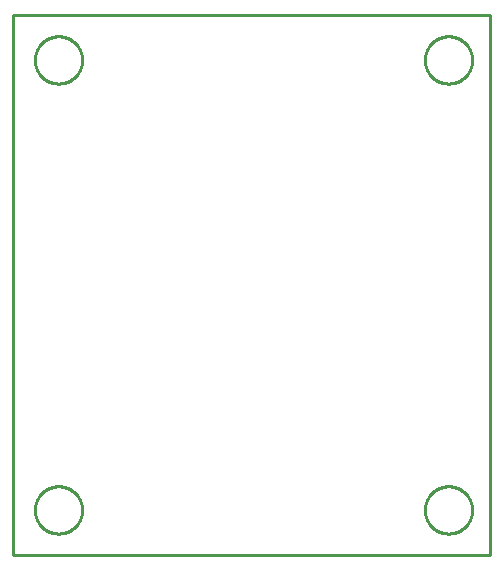
<source format=gbr>
G04 EAGLE Gerber RS-274X export*
G75*
%MOMM*%
%FSLAX34Y34*%
%LPD*%
%IN*%
%IPPOS*%
%AMOC8*
5,1,8,0,0,1.08239X$1,22.5*%
G01*
%ADD10C,0.254000*%


D10*
X444500Y0D02*
X847600Y0D01*
X847600Y457100D01*
X444500Y457100D01*
X444500Y0D01*
X502600Y37496D02*
X502527Y36289D01*
X502381Y35089D01*
X502163Y33900D01*
X501874Y32727D01*
X501515Y31573D01*
X501086Y30443D01*
X500590Y29341D01*
X500028Y28270D01*
X499403Y27236D01*
X498716Y26241D01*
X497971Y25290D01*
X497169Y24385D01*
X496315Y23531D01*
X495410Y22729D01*
X494459Y21984D01*
X493464Y21297D01*
X492430Y20672D01*
X491359Y20110D01*
X490257Y19614D01*
X489127Y19185D01*
X487973Y18826D01*
X486800Y18537D01*
X485611Y18319D01*
X484411Y18173D01*
X483204Y18100D01*
X481996Y18100D01*
X480789Y18173D01*
X479589Y18319D01*
X478400Y18537D01*
X477227Y18826D01*
X476073Y19185D01*
X474943Y19614D01*
X473841Y20110D01*
X472770Y20672D01*
X471736Y21297D01*
X470741Y21984D01*
X469790Y22729D01*
X468885Y23531D01*
X468031Y24385D01*
X467229Y25290D01*
X466484Y26241D01*
X465797Y27236D01*
X465172Y28270D01*
X464610Y29341D01*
X464114Y30443D01*
X463685Y31573D01*
X463326Y32727D01*
X463037Y33900D01*
X462819Y35089D01*
X462673Y36289D01*
X462600Y37496D01*
X462600Y38704D01*
X462673Y39911D01*
X462819Y41111D01*
X463037Y42300D01*
X463326Y43473D01*
X463685Y44627D01*
X464114Y45757D01*
X464610Y46859D01*
X465172Y47930D01*
X465797Y48964D01*
X466484Y49959D01*
X467229Y50910D01*
X468031Y51815D01*
X468885Y52669D01*
X469790Y53471D01*
X470741Y54216D01*
X471736Y54903D01*
X472770Y55528D01*
X473841Y56090D01*
X474943Y56586D01*
X476073Y57015D01*
X477227Y57374D01*
X478400Y57663D01*
X479589Y57881D01*
X480789Y58027D01*
X481996Y58100D01*
X483204Y58100D01*
X484411Y58027D01*
X485611Y57881D01*
X486800Y57663D01*
X487973Y57374D01*
X489127Y57015D01*
X490257Y56586D01*
X491359Y56090D01*
X492430Y55528D01*
X493464Y54903D01*
X494459Y54216D01*
X495410Y53471D01*
X496315Y52669D01*
X497169Y51815D01*
X497971Y50910D01*
X498716Y49959D01*
X499403Y48964D01*
X500028Y47930D01*
X500590Y46859D01*
X501086Y45757D01*
X501515Y44627D01*
X501874Y43473D01*
X502163Y42300D01*
X502381Y41111D01*
X502527Y39911D01*
X502600Y38704D01*
X502600Y37496D01*
X502600Y418496D02*
X502527Y417289D01*
X502381Y416089D01*
X502163Y414900D01*
X501874Y413727D01*
X501515Y412573D01*
X501086Y411443D01*
X500590Y410341D01*
X500028Y409270D01*
X499403Y408236D01*
X498716Y407241D01*
X497971Y406290D01*
X497169Y405385D01*
X496315Y404531D01*
X495410Y403729D01*
X494459Y402984D01*
X493464Y402297D01*
X492430Y401672D01*
X491359Y401110D01*
X490257Y400614D01*
X489127Y400185D01*
X487973Y399826D01*
X486800Y399537D01*
X485611Y399319D01*
X484411Y399173D01*
X483204Y399100D01*
X481996Y399100D01*
X480789Y399173D01*
X479589Y399319D01*
X478400Y399537D01*
X477227Y399826D01*
X476073Y400185D01*
X474943Y400614D01*
X473841Y401110D01*
X472770Y401672D01*
X471736Y402297D01*
X470741Y402984D01*
X469790Y403729D01*
X468885Y404531D01*
X468031Y405385D01*
X467229Y406290D01*
X466484Y407241D01*
X465797Y408236D01*
X465172Y409270D01*
X464610Y410341D01*
X464114Y411443D01*
X463685Y412573D01*
X463326Y413727D01*
X463037Y414900D01*
X462819Y416089D01*
X462673Y417289D01*
X462600Y418496D01*
X462600Y419704D01*
X462673Y420911D01*
X462819Y422111D01*
X463037Y423300D01*
X463326Y424473D01*
X463685Y425627D01*
X464114Y426757D01*
X464610Y427859D01*
X465172Y428930D01*
X465797Y429964D01*
X466484Y430959D01*
X467229Y431910D01*
X468031Y432815D01*
X468885Y433669D01*
X469790Y434471D01*
X470741Y435216D01*
X471736Y435903D01*
X472770Y436528D01*
X473841Y437090D01*
X474943Y437586D01*
X476073Y438015D01*
X477227Y438374D01*
X478400Y438663D01*
X479589Y438881D01*
X480789Y439027D01*
X481996Y439100D01*
X483204Y439100D01*
X484411Y439027D01*
X485611Y438881D01*
X486800Y438663D01*
X487973Y438374D01*
X489127Y438015D01*
X490257Y437586D01*
X491359Y437090D01*
X492430Y436528D01*
X493464Y435903D01*
X494459Y435216D01*
X495410Y434471D01*
X496315Y433669D01*
X497169Y432815D01*
X497971Y431910D01*
X498716Y430959D01*
X499403Y429964D01*
X500028Y428930D01*
X500590Y427859D01*
X501086Y426757D01*
X501515Y425627D01*
X501874Y424473D01*
X502163Y423300D01*
X502381Y422111D01*
X502527Y420911D01*
X502600Y419704D01*
X502600Y418496D01*
X832800Y418496D02*
X832727Y417289D01*
X832581Y416089D01*
X832363Y414900D01*
X832074Y413727D01*
X831715Y412573D01*
X831286Y411443D01*
X830790Y410341D01*
X830228Y409270D01*
X829603Y408236D01*
X828916Y407241D01*
X828171Y406290D01*
X827369Y405385D01*
X826515Y404531D01*
X825610Y403729D01*
X824659Y402984D01*
X823664Y402297D01*
X822630Y401672D01*
X821559Y401110D01*
X820457Y400614D01*
X819327Y400185D01*
X818173Y399826D01*
X817000Y399537D01*
X815811Y399319D01*
X814611Y399173D01*
X813404Y399100D01*
X812196Y399100D01*
X810989Y399173D01*
X809789Y399319D01*
X808600Y399537D01*
X807427Y399826D01*
X806273Y400185D01*
X805143Y400614D01*
X804041Y401110D01*
X802970Y401672D01*
X801936Y402297D01*
X800941Y402984D01*
X799990Y403729D01*
X799085Y404531D01*
X798231Y405385D01*
X797429Y406290D01*
X796684Y407241D01*
X795997Y408236D01*
X795372Y409270D01*
X794810Y410341D01*
X794314Y411443D01*
X793885Y412573D01*
X793526Y413727D01*
X793237Y414900D01*
X793019Y416089D01*
X792873Y417289D01*
X792800Y418496D01*
X792800Y419704D01*
X792873Y420911D01*
X793019Y422111D01*
X793237Y423300D01*
X793526Y424473D01*
X793885Y425627D01*
X794314Y426757D01*
X794810Y427859D01*
X795372Y428930D01*
X795997Y429964D01*
X796684Y430959D01*
X797429Y431910D01*
X798231Y432815D01*
X799085Y433669D01*
X799990Y434471D01*
X800941Y435216D01*
X801936Y435903D01*
X802970Y436528D01*
X804041Y437090D01*
X805143Y437586D01*
X806273Y438015D01*
X807427Y438374D01*
X808600Y438663D01*
X809789Y438881D01*
X810989Y439027D01*
X812196Y439100D01*
X813404Y439100D01*
X814611Y439027D01*
X815811Y438881D01*
X817000Y438663D01*
X818173Y438374D01*
X819327Y438015D01*
X820457Y437586D01*
X821559Y437090D01*
X822630Y436528D01*
X823664Y435903D01*
X824659Y435216D01*
X825610Y434471D01*
X826515Y433669D01*
X827369Y432815D01*
X828171Y431910D01*
X828916Y430959D01*
X829603Y429964D01*
X830228Y428930D01*
X830790Y427859D01*
X831286Y426757D01*
X831715Y425627D01*
X832074Y424473D01*
X832363Y423300D01*
X832581Y422111D01*
X832727Y420911D01*
X832800Y419704D01*
X832800Y418496D01*
X832800Y37496D02*
X832727Y36289D01*
X832581Y35089D01*
X832363Y33900D01*
X832074Y32727D01*
X831715Y31573D01*
X831286Y30443D01*
X830790Y29341D01*
X830228Y28270D01*
X829603Y27236D01*
X828916Y26241D01*
X828171Y25290D01*
X827369Y24385D01*
X826515Y23531D01*
X825610Y22729D01*
X824659Y21984D01*
X823664Y21297D01*
X822630Y20672D01*
X821559Y20110D01*
X820457Y19614D01*
X819327Y19185D01*
X818173Y18826D01*
X817000Y18537D01*
X815811Y18319D01*
X814611Y18173D01*
X813404Y18100D01*
X812196Y18100D01*
X810989Y18173D01*
X809789Y18319D01*
X808600Y18537D01*
X807427Y18826D01*
X806273Y19185D01*
X805143Y19614D01*
X804041Y20110D01*
X802970Y20672D01*
X801936Y21297D01*
X800941Y21984D01*
X799990Y22729D01*
X799085Y23531D01*
X798231Y24385D01*
X797429Y25290D01*
X796684Y26241D01*
X795997Y27236D01*
X795372Y28270D01*
X794810Y29341D01*
X794314Y30443D01*
X793885Y31573D01*
X793526Y32727D01*
X793237Y33900D01*
X793019Y35089D01*
X792873Y36289D01*
X792800Y37496D01*
X792800Y38704D01*
X792873Y39911D01*
X793019Y41111D01*
X793237Y42300D01*
X793526Y43473D01*
X793885Y44627D01*
X794314Y45757D01*
X794810Y46859D01*
X795372Y47930D01*
X795997Y48964D01*
X796684Y49959D01*
X797429Y50910D01*
X798231Y51815D01*
X799085Y52669D01*
X799990Y53471D01*
X800941Y54216D01*
X801936Y54903D01*
X802970Y55528D01*
X804041Y56090D01*
X805143Y56586D01*
X806273Y57015D01*
X807427Y57374D01*
X808600Y57663D01*
X809789Y57881D01*
X810989Y58027D01*
X812196Y58100D01*
X813404Y58100D01*
X814611Y58027D01*
X815811Y57881D01*
X817000Y57663D01*
X818173Y57374D01*
X819327Y57015D01*
X820457Y56586D01*
X821559Y56090D01*
X822630Y55528D01*
X823664Y54903D01*
X824659Y54216D01*
X825610Y53471D01*
X826515Y52669D01*
X827369Y51815D01*
X828171Y50910D01*
X828916Y49959D01*
X829603Y48964D01*
X830228Y47930D01*
X830790Y46859D01*
X831286Y45757D01*
X831715Y44627D01*
X832074Y43473D01*
X832363Y42300D01*
X832581Y41111D01*
X832727Y39911D01*
X832800Y38704D01*
X832800Y37496D01*
M02*

</source>
